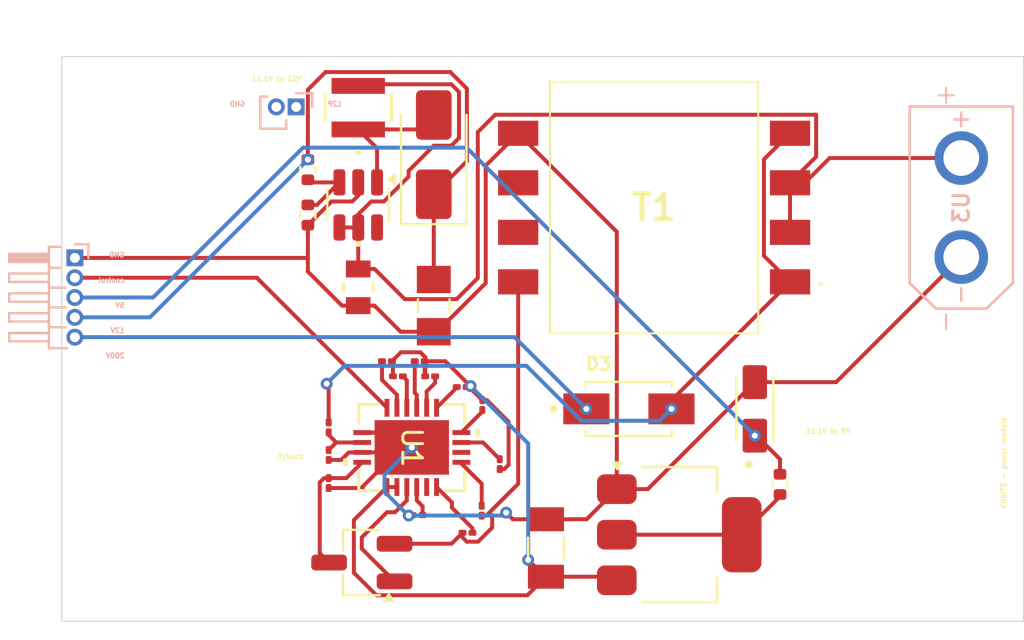
<source format=kicad_pcb>
(kicad_pcb (version 20240108) (generator "pcbnew") (generator_version "8.0")
  (layers (0 "F.Cu" signal) (31 "B.Cu" signal) (34 "B.Paste" user) (35 "F.Paste" user) (36 "B.SilkS" user "B.Silkscreen") (37 "F.SilkS" user "F.Silkscreen") (38 "B.Mask" user) (39 "F.Mask" user) (44 "Edge.Cuts" user))
  (net 0 "")
  (net 1 "L2P")
  (net 2 "V2_12")
  (net 3 "flyout")
  (net 4 "V3_5")
  (net 5 "L1S")
  (net 6 "CSP")
  (net 7 "HVGATE")
  (net 8 "Net-(U1-RDCM)")
  (net 9 "Net-(U1-RVOUT)")
  (net 10 "Net-(U1-OVLO1)")
  (net 11 "Net-(U1-UVLO1)")
  (net 12 "Net-(U1-OVLO2)")
  (net 13 "Net-(U1-UVLO2)")
  (net 14 "Net-(U1-~FAULT)")
  (net 15 "Net-(U1-~DONE)")
  (net 16 "Net-(U1-RVTRANS)")
  (net 17 "Net-(U1-RBG)")
  (net 18 "Net-(U1-FB)")
  (net 21 "L1P")
  (net 22 "Net-(D1-A)")
  (net 23 "Net-(U4-FB)")
  (net 24 "Net-(U2-VO)")
  (net 26 "GND")
  (net 27 "charge")
  (footprint "Resistor_SMD:R_01005_0402Metric" (layer "F.Cu") (at 156.407001 119.43759 90)
    (property "Reference" "R1" (hide yes))
    (property "Value" "18.2k")
    (pad "1" smd roundrect (at -0.25 0 90) (size 0.4 0.3) (layers "F.Cu" "F.Mask") (net 5 "L1S"))
    (pad "2" smd roundrect (at 0.25 0 90) (size 0.4 0.3) (layers "F.Cu" "F.Mask") (net 8 "Net-(U1-RDCM)"))
  )
  (footprint "NR3015T220M:IND_TAIYO_NR3015_TAY" (layer "F.Cu") (at 150.18 99.09895 90)
    (property "Reference" "L1" (hide yes))
    (property "Value" "NR3015T220M")
    (fp_line (start 0.657465 -1.6764) (end -0.657465 -1.6764) (stroke (width 0.1524)) (layer "F.SilkS"))
    (fp_line (start -0.657465 1.6764) (end 0.657465 1.6764) (stroke (width 0.1524)) (layer "F.SilkS"))
    (fp_circle (center -2.2606 0) (end -2.1844 0) (stroke (width 0.1524)) (fill none) (layer "F.SilkS"))
    (pad "1" smd rect (at -1.09855 0 90) (size 0.8001 2.6924) (layers "F.Cu" "F.Paste" "F.Mask") (net 22 "Net-(D1-A)"))
    (pad "2" smd rect (at 1.09855 0 90) (size 0.8001 2.6924) (layers "F.Cu" "F.Paste" "F.Mask") (net 21 "L1P"))
  )
  (footprint "NA5920-ALD:NA5920ALD" (layer "F.Cu") (at 165.1 104.14 180)
    (property "Reference" "T1" (at 0 0 180) (layer "F.SilkS") (effects (font (size 1.27 1.27) (thickness 0.254))))
    (property "Value" "NA5920-AL" (hide yes))
    (fp_line (start 5.25 6.35) (end -5.25 6.35) (stroke (width 0.1)) (layer "F.SilkS"))
    (fp_line (start 5.25 -6.35) (end 5.25 6.35) (stroke (width 0.1)) (layer "F.SilkS"))
    (fp_line (start -5.25 6.35) (end -5.25 -6.35) (stroke (width 0.1)) (layer "F.SilkS"))
    (fp_line (start -5.25 -6.35) (end 5.25 -6.35) (stroke (width 0.1)) (layer "F.SilkS"))
    (fp_line (start -8.4 -3.8) (end -8.4 -3.8) (stroke (width 0.1)) (layer "F.SilkS"))
    (fp_line (start -8.4 -3.9) (end -8.4 -3.9) (stroke (width 0.1)) (layer "F.SilkS"))
    (fp_arc (start -8.4 -3.8) (mid -8.45 -3.85) (end -8.4 -3.9) (stroke (width 0.1)) (layer "F.SilkS"))
    (fp_arc (start -8.4 -3.9) (mid -8.35 -3.85) (end -8.4 -3.8) (stroke (width 0.1)) (layer "F.SilkS"))
    (pad "1" smd rect (at -6.855 -3.75 270) (size 1.27 2.03) (layers "F.Cu" "F.Paste" "F.Mask") (net 1 "L2P"))
    (pad "2" smd rect (at -6.855 -1.25 270) (size 1.27 2.03) (layers "F.Cu" "F.Paste" "F.Mask") (net 21 "L1P"))
    (pad "3" smd rect (at -6.855 1.25 270) (size 1.27 2.03) (layers "F.Cu" "F.Paste" "F.Mask") (net 21 "L1P"))
    (pad "4" smd rect (at -6.855 3.75 270) (size 1.27 2.03) (layers "F.Cu" "F.Paste" "F.Mask") (net 1 "L2P"))
    (pad "5" smd rect (at 6.855 3.75 270) (size 1.27 2.03) (layers "F.Cu" "F.Paste" "F.Mask") (net 26 "GND"))
    (pad "6" smd rect (at 6.855 1.25 270) (size 1.27 2.03) (layers "F.Cu" "F.Paste" "F.Mask"))
    (pad "7" smd rect (at 6.855 -1.25 270) (size 1.27 2.03) (layers "F.Cu" "F.Paste" "F.Mask"))
    (pad "8" smd rect (at 6.855 -3.75 270) (size 1.27 2.03) (layers "F.Cu" "F.Paste" "F.Mask") (net 5 "L1S"))
  )
  (footprint "Resistor_SMD:R_01005_0402Metric" (layer "F.Cu") (at 148.689001 118.044 90)
    (property "Reference" "R13" (hide yes))
    (property "Value" "10")
    (pad "1" smd roundrect (at -0.25 0 90) (size 0.4 0.3) (layers "F.Cu" "F.Mask") (net 26 "GND"))
    (pad "2" smd roundrect (at 0.25 0 90) (size 0.4 0.3) (layers "F.Cu" "F.Mask") (net 6 "CSP"))
  )
  (footprint "Package_TO_SOT_SMD:SOT-23-6" (layer "F.Cu") (at 150.18 104.0075 -90)
    (property "Reference" "U4" (hide yes))
    (property "Value" "MT3608")
    (fp_line (start 0 1.56) (end -0.8 1.56) (stroke (width 0.12)) (layer "F.SilkS"))
    (fp_line (start 0 1.56) (end 0.8 1.56) (stroke (width 0.12)) (layer "F.SilkS"))
    (fp_line (start 0 -1.56) (end -0.8 -1.56) (stroke (width 0.12)) (layer "F.SilkS"))
    (fp_line (start 0 -1.56) (end 0.8 -1.56) (stroke (width 0.12)) (layer "F.SilkS"))
    (fp_poly (pts (xy -1.3 -1.51) (xy -1.54 -1.84) (xy -1.06 -1.84) (xy -1.3 -1.51)) (stroke (width 0.12)) (fill solid) (layer "F.SilkS"))
    (pad "1" smd roundrect (at -1.1375 -0.95 270) (size 1.325 0.6) (layers "F.Cu" "F.Paste" "F.Mask") (net 22 "Net-(D1-A)"))
    (pad "2" smd roundrect (at -1.1375 0 270) (size 1.325 0.6) (layers "F.Cu" "F.Paste" "F.Mask") (net 26 "GND"))
    (pad "3" smd roundrect (at -1.1375 0.95 270) (size 1.325 0.6) (layers "F.Cu" "F.Paste" "F.Mask") (net 23 "Net-(U4-FB)"))
    (pad "4" smd roundrect (at 1.1375 0.95 270) (size 1.325 0.6) (layers "F.Cu" "F.Paste" "F.Mask") (net 21 "L1P"))
    (pad "5" smd roundrect (at 1.1375 0 270) (size 1.325 0.6) (layers "F.Cu" "F.Paste" "F.Mask") (net 21 "L1P"))
    (pad "6" smd roundrect (at 1.1375 -0.95 270) (size 1.325 0.6) (layers "F.Cu" "F.Paste" "F.Mask"))
  )
  (footprint "Resistor_SMD:R_01005_0402Metric" (layer "F.Cu") (at 155.690001 120.552591 180)
    (property "Reference" "R2" (hide yes))
    (property "Value" "40.2k")
    (pad "1" smd roundrect (at -0.25 0 180) (size 0.4 0.3) (layers "F.Cu" "F.Mask") (net 9 "Net-(U1-RVOUT)"))
    (pad "2" smd roundrect (at 0.25 0 180) (size 0.4 0.3) (layers "F.Cu" "F.Mask") (net 5 "L1S"))
  )
  (footprint "Resistor_SMD:R_01005_0402Metric" (layer "F.Cu") (at 152.180001 112.657001 180)
    (property "Reference" "R7" (hide yes))
    (property "Value" "100k")
    (pad "1" smd roundrect (at -0.25 0 180) (size 0.4 0.3) (layers "F.Cu" "F.Mask") (net 14 "Net-(U1-~FAULT)"))
    (pad "2" smd roundrect (at 0.25 0 180) (size 0.4 0.3) (layers "F.Cu" "F.Mask") (net 21 "L1P"))
  )
  (footprint "Resistor_SMD:R_0402_1005Metric" (layer "F.Cu") (at 147.64 104.5175 -90)
    (property "Reference" "R15" (hide yes))
    (property "Value" "24.9k")
    (fp_line (start -0.153641 0.38) (end 0.153641 0.38) (stroke (width 0.12)) (layer "F.SilkS"))
    (fp_line (start -0.153641 -0.38) (end 0.153641 -0.38) (stroke (width 0.12)) (layer "F.SilkS"))
    (pad "1" smd roundrect (at -0.51 0 270) (size 0.54 0.64) (layers "F.Cu" "F.Paste" "F.Mask") (net 23 "Net-(U4-FB)"))
    (pad "2" smd roundrect (at 0.51 0 270) (size 0.54 0.64) (layers "F.Cu" "F.Paste" "F.Mask") (net 26 "GND"))
  )
  (footprint "Resistor_SMD:R_0402_1005Metric" (layer "F.Cu") (at 147.64 102.2275 -90)
    (property "Reference" "R14" (hide yes))
    (property "Value" "475k")
    (fp_line (start -0.153641 0.38) (end 0.153641 0.38) (stroke (width 0.12)) (layer "F.SilkS"))
    (fp_line (start -0.153641 -0.38) (end 0.153641 -0.38) (stroke (width 0.12)) (layer "F.SilkS"))
    (pad "1" smd roundrect (at -0.51 0 270) (size 0.54 0.64) (layers "F.Cu" "F.Paste" "F.Mask") (net 2 "V2_12"))
    (pad "2" smd roundrect (at 0.51 0 270) (size 0.54 0.64) (layers "F.Cu" "F.Paste" "F.Mask") (net 23 "Net-(U4-FB)"))
  )
  (footprint "GRM31CR71E106KA12K:CAPC3216X180N" (layer "F.Cu") (at 159.645 121.32 90)
    (property "Reference" "C4" (hide yes))
    (property "Value" "GRM31CR71E106KA12K")
    (fp_line (start -0.52 -0.9) (end 0.52 -0.9) (stroke (width 0.127)) (layer "F.SilkS"))
    (fp_line (start -0.52 0.9) (end 0.52 0.9) (stroke (width 0.127)) (layer "F.SilkS"))
    (pad "1" smd rect (at -1.45 0 90) (size 1.21 1.82) (layers "F.Cu" "F.Paste" "F.Mask") (net 21 "L1P"))
    (pad "2" smd rect (at 1.45 0 90) (size 1.21 1.82) (layers "F.Cu" "F.Paste" "F.Mask") (net 26 "GND"))
  )
  (footprint "Package_TO_SOT_SMD:SC-59_Handsoldering" (layer "F.Cu") (at 150.360001 122.055001 180)
    (property "Reference" "Q1" (hide yes))
    (property "Value" "IRFP4668PbF")
    (fp_line (start 0.95 1.65) (end 0.95 0.6) (stroke (width 0.12)) (layer "F.SilkS"))
    (fp_line (start 0.95 -1.65) (end 0.95 -0.6) (stroke (width 0.12)) (layer "F.SilkS"))
    (fp_line (start -0.85 1.65) (end 0.95 1.65) (stroke (width 0.12)) (layer "F.SilkS"))
    (fp_line (start -0.91 -1.65) (end 0.95 -1.65) (stroke (width 0.12)) (layer "F.SilkS"))
    (fp_poly (pts (xy -1.36 -1.611676) (xy -1.12 -1.941676) (xy -1.6 -1.941676) (xy -1.36 -1.611676)) (stroke (width 0.12)) (fill solid) (layer "F.SilkS"))
    (pad "1" smd roundrect (at -1.65 -0.95 180) (size 1.8 0.8) (layers "F.Cu" "F.Paste" "F.Mask") (net 7 "HVGATE"))
    (pad "2" smd roundrect (at -1.65 0.95 180) (size 1.8 0.8) (layers "F.Cu" "F.Paste" "F.Mask") (net 5 "L1S"))
    (pad "3" smd roundrect (at 1.65 0 180) (size 1.8 0.8) (layers "F.Cu" "F.Paste" "F.Mask") (net 6 "CSP"))
  )
  (footprint "footprints:QFN-20_UFD_LIT-M" (layer "F.Cu") (at 152.880001 116.245 -90)
    (property "Reference" "U1" (at 0 0 -90) (layer "F.SilkS"))
    (property "Value" "LT3751IUFD_PBF")
    (fp_line (start -2.177 2.677) (end -1.207741 2.677) (stroke (width 0.1524)) (layer "F.SilkS"))
    (fp_line (start 1.207741 2.677) (end 2.177 2.677) (stroke (width 0.1524)) (layer "F.SilkS"))
    (fp_line (start 2.177 2.677) (end 2.177 1.70774) (stroke (width 0.1524)) (layer "F.SilkS"))
    (fp_line (start -2.177 1.70774) (end -2.177 2.677) (stroke (width 0.1524)) (layer "F.SilkS"))
    (fp_line (start 2.177 -1.70774) (end 2.177 -2.677) (stroke (width 0.1524)) (layer "F.SilkS"))
    (fp_line (start -2.177 -2.677) (end -2.177 -1.70774) (stroke (width 0.1524)) (layer "F.SilkS"))
    (fp_line (start -1.207741 -2.677) (end -2.177 -2.677) (stroke (width 0.1524)) (layer "F.SilkS"))
    (fp_line (start 2.177 -2.677) (end 1.207741 -2.677) (stroke (width 0.1524)) (layer "F.SilkS"))
    (fp_poly (pts (xy 0.559501 3.203999) (xy 0.559501 3.457999) (xy 0.940501 3.457999) (xy 0.940501 3.203999)) (fill solid) (layer "F.SilkS"))
    (fp_poly (pts (xy -0.940501 -3.203999) (xy -0.940501 -3.457999) (xy -0.559501 -3.457999) (xy -0.559501 -3.203999)) (fill solid) (layer "F.SilkS"))
    (pad "1" smd rect (at -2.000001 -1.25) (size 0.25 0.899999) (layers "F.Cu" "F.Paste" "F.Mask") (net 10 "Net-(U1-OVLO1)"))
    (pad "2" smd rect (at -2.000001 -0.750001) (size 0.25 0.899999) (layers "F.Cu" "F.Paste" "F.Mask") (net 13 "Net-(U1-UVLO2)"))
    (pad "3" smd rect (at -2.000001 -0.25) (size 0.25 0.899999) (layers "F.Cu" "F.Paste" "F.Mask") (net 12 "Net-(U1-OVLO2)"))
    (pad "4" smd rect (at -2.000001 0.25) (size 0.25 0.899999) (layers "F.Cu" "F.Paste" "F.Mask") (net 14 "Net-(U1-~FAULT)"))
    (pad "5" smd rect (at -2.000001 0.750001) (size 0.25 0.899999) (layers "F.Cu" "F.Paste" "F.Mask") (net 15 "Net-(U1-~DONE)"))
    (pad "6" smd rect (at -2.000001 1.25) (size 0.25 0.899999) (layers "F.Cu" "F.Paste" "F.Mask") (net 27 "charge"))
    (pad "7" smd rect (at -0.750001 2.5 270) (size 0.25 0.899999) (layers "F.Cu" "F.Paste" "F.Mask") (net 26 "GND"))
    (pad "8" smd rect (at -0.25 2.5 270) (size 0.25 0.899999) (layers "F.Cu" "F.Paste" "F.Mask") (net 18 "Net-(U1-FB)"))
    (pad "9" smd rect (at 0.25 2.5 270) (size 0.25 0.899999) (layers "F.Cu" "F.Paste" "F.Mask") (net 26 "GND"))
    (pad "10" smd rect (at 0.750001 2.5 270) (size 0.25 0.899999) (layers "F.Cu" "F.Paste" "F.Mask") (net 6 "CSP"))
    (pad "11" smd rect (at 2.000001 1.25) (size 0.25 0.899999) (layers "F.Cu" "F.Paste" "F.Mask") (net 21 "L1P"))
    (pad "12" smd rect (at 2.000001 0.750001) (size 0.25 0.899999) (layers "F.Cu" "F.Paste" "F.Mask") (net 21 "L1P"))
    (pad "13" smd rect (at 2.000001 0.25) (size 0.25 0.899999) (layers "F.Cu" "F.Paste" "F.Mask") (net 7 "HVGATE"))
    (pad "14" smd rect (at 2.000001 -0.25) (size 0.25 0.899999) (layers "F.Cu" "F.Paste" "F.Mask") (net 17 "Net-(U1-RBG)"))
    (pad "15" smd rect (at 2.000001 -0.750001) (size 0.25 0.899999) (layers "F.Cu" "F.Paste" "F.Mask"))
    (pad "16" smd rect (at 2.000001 -1.25) (size 0.25 0.899999) (layers "F.Cu" "F.Paste" "F.Mask") (net 9 "Net-(U1-RVOUT)"))
    (pad "17" smd rect (at 0.750001 -2.5 270) (size 0.25 0.899999) (layers "F.Cu" "F.Paste" "F.Mask") (net 8 "Net-(U1-RDCM)"))
    (pad "18" smd rect (at 0.25 -2.5 270) (size 0.25 0.899999) (layers "F.Cu" "F.Paste" "F.Mask"))
    (pad "19" smd rect (at -0.25 -2.5 270) (size 0.25 0.899999) (layers "F.Cu" "F.Paste" "F.Mask") (net 16 "Net-(U1-RVTRANS)"))
    (pad "20" smd rect (at -0.750001 -2.5 270) (size 0.25 0.899999) (layers "F.Cu" "F.Paste" "F.Mask") (net 11 "Net-(U1-UVLO1)"))
    (pad "21" smd rect (at 0 0 270) (size 2.75 3.75) (layers "F.Cu" "F.Paste" "F.Mask") (net 26 "GND"))
  )
  (footprint "Resistor_SMD:R_01005_0402Metric" (layer "F.Cu") (at 157.315001 117.087999 90)
    (property "Reference" "R9" (hide yes))
    (property "Value" "40.2k")
    (pad "1" smd roundrect (at -0.25 0 90) (size 0.4 0.3) (layers "F.Cu" "F.Mask") (net 21 "L1P"))
    (pad "2" smd roundrect (at 0.25 0 90) (size 0.4 0.3) (layers "F.Cu" "F.Mask") (net 16 "Net-(U1-RVTRANS)"))
  )
  (footprint "Resistor_SMD:R_01005_0402Metric" (layer "F.Cu") (at 153.175001 119.663001)
    (property "Reference" "R10" (hide yes))
    (property "Value" "1.65k")
    (pad "1" smd roundrect (at -0.25 0) (size 0.4 0.3) (layers "F.Cu" "F.Mask") (net 26 "GND"))
    (pad "2" smd roundrect (at 0.25 0) (size 0.4 0.3) (layers "F.Cu" "F.Mask") (net 17 "Net-(U1-RBG)"))
  )
  (footprint "Resistor_SMD:R_0402_1005Metric" (layer "F.Cu") (at 171.45 118.11 -90)
    (property "Reference" "R16" (hide yes))
    (property "Value" "0.47")
    (fp_line (start -0.153641 0.38) (end 0.153641 0.38) (stroke (width 0.12)) (layer "F.SilkS"))
    (fp_line (start -0.153641 -0.38) (end 0.153641 -0.38) (stroke (width 0.12)) (layer "F.SilkS"))
    (pad "1" smd roundrect (at -0.51 0 270) (size 0.54 0.64) (layers "F.Cu" "F.Paste" "F.Mask") (net 4 "V3_5"))
    (pad "2" smd roundrect (at 0.51 0 270) (size 0.54 0.64) (layers "F.Cu" "F.Paste" "F.Mask") (net 24 "Net-(U2-VO)"))
  )
  (footprint "Resistor_SMD:R_01005_0402Metric" (layer "F.Cu") (at 155.399001 113.197 180)
    (property "Reference" "R3" (hide yes))
    (property "Value" "475k")
    (pad "1" smd roundrect (at -0.25 0 180) (size 0.4 0.3) (layers "F.Cu" "F.Mask") (net 21 "L1P"))
    (pad "2" smd roundrect (at 0.25 0 180) (size 0.4 0.3) (layers "F.Cu" "F.Mask") (net 10 "Net-(U1-OVLO1)"))
  )
  (footprint "Resistor_SMD:R_01005_0402Metric" (layer "F.Cu") (at 151.630001 111.895001)
    (property "Reference" "R8" (hide yes))
    (property "Value" "100k")
    (pad "1" smd roundrect (at -0.25 0) (size 0.4 0.3) (layers "F.Cu" "F.Mask") (net 15 "Net-(U1-~DONE)"))
    (pad "2" smd roundrect (at 0.25 0) (size 0.4 0.3) (layers "F.Cu" "F.Mask") (net 21 "L1P"))
  )
  (footprint "Diode_SMD:D_SMA" (layer "F.Cu") (at 153.99 101.4675 90)
    (property "Reference" "D1" (hide yes))
    (property "Value" "SS14")
    (fp_line (start -3.51 -1.65) (end 2 -1.65) (stroke (width 0.12)) (layer "F.SilkS"))
    (fp_line (start -3.51 -1.65) (end -3.51 1.65) (stroke (width 0.12)) (layer "F.SilkS"))
    (fp_line (start -3.51 1.65) (end 2 1.65) (stroke (width 0.12)) (layer "F.SilkS"))
    (pad "1" smd roundrect (at -2 0 90) (size 2.5 1.8) (layers "F.Cu" "F.Paste" "F.Mask") (roundrect_rratio 0.1388888889) (net 2 "V2_12"))
    (pad "2" smd roundrect (at 2 0 90) (size 2.5 1.8) (layers "F.Cu" "F.Paste" "F.Mask") (roundrect_rratio 0.1388888889) (net 22 "Net-(D1-A)"))
  )
  (footprint "Resistor_SMD:R_01005_0402Metric" (layer "F.Cu") (at 148.689001 115.233 90)
    (property "Reference" "R12" (hide yes))
    (property "Value" "1.62M")
    (pad "1" smd roundrect (at -0.25 0 90) (size 0.4 0.3) (layers "F.Cu" "F.Mask") (net 18 "Net-(U1-FB)"))
    (pad "2" smd roundrect (at 0.25 0 90) (size 0.4 0.3) (layers "F.Cu" "F.Mask") (net 1 "L2P"))
  )
  (footprint "Package_TO_SOT_SMD:SOT-223-3_TabPin2" (layer "F.Cu") (at 166.37 120.65)
    (property "Reference" "U2" (hide yes))
    (property "Value" "LD1117S50TR_SOT223")
    (fp_line (start -1.85 -3.41) (end 1.91 -3.41) (stroke (width 0.12)) (layer "F.SilkS"))
    (fp_line (start -1.85 3.41) (end 1.91 3.41) (stroke (width 0.12)) (layer "F.SilkS"))
    (fp_line (start 1.91 -3.41) (end 1.91 -2.15) (stroke (width 0.12)) (layer "F.SilkS"))
    (fp_line (start 1.91 3.41) (end 1.91 2.15) (stroke (width 0.12)) (layer "F.SilkS"))
    (fp_poly (pts (xy -3.13 -3.31) (xy -3.37 -3.64) (xy -2.89 -3.64) (xy -3.13 -3.31)) (stroke (width 0.12)) (fill solid) (layer "F.SilkS"))
    (pad "1" smd roundrect (at -3.15 -2.3) (size 2 1.5) (layers "F.Cu" "F.Paste" "F.Mask") (net 26 "GND"))
    (pad "2" smd roundrect (at -3.15 0) (size 2 1.5) (layers "F.Cu" "F.Paste" "F.Mask") (net 24 "Net-(U2-VO)"))
    (pad "2" smd roundrect (at 3.15 0) (size 2 3.8) (layers "F.Cu" "F.Paste" "F.Mask") (net 24 "Net-(U2-VO)"))
    (pad "3" smd roundrect (at -3.15 2.3) (size 2 1.5) (layers "F.Cu" "F.Paste" "F.Mask") (net 21 "L1P"))
  )
  (footprint "T491A106M010AT:CAPPM3216X180N" (layer "F.Cu") (at 170.18 114.3 90)
    (property "Reference" "C5" (hide yes))
    (property "Value" "T491A106M010AT")
    (fp_line (start -1.6 -0.93) (end 1.6 -0.93) (stroke (width 0.127)) (layer "F.SilkS"))
    (fp_line (start -1.6 0.93) (end 1.6 0.93) (stroke (width 0.127)) (layer "F.SilkS"))
    (fp_circle (center -2.8 -0.3) (end -2.7 -0.3) (stroke (width 0.2)) (fill none) (layer "F.SilkS"))
    (pad "1" smd roundrect (at -1.35 0 90) (size 1.71 1.23) (layers "F.Cu" "F.Paste" "F.Mask") (roundrect_rratio 0.125) (net 4 "V3_5"))
    (pad "2" smd roundrect (at 1.35 0 90) (size 1.71 1.23) (layers "F.Cu" "F.Paste" "F.Mask") (roundrect_rratio 0.125) (net 26 "GND"))
  )
  (footprint "Resistor_SMD:R_01005_0402Metric" (layer "F.Cu") (at 153.281001 111.895001 180)
    (property "Reference" "R5" (hide yes))
    (property "Value" "475k")
    (pad "1" smd roundrect (at -0.25 0 180) (size 0.4 0.3) (layers "F.Cu" "F.Mask") (net 21 "L1P"))
    (pad "2" smd roundrect (at 0.25 0 180) (size 0.4 0.3) (layers "F.Cu" "F.Mask") (net 12 "Net-(U1-OVLO2)"))
  )
  (footprint "GRM31CR61E226KE15L:CAPC3216X125N" (layer "F.Cu") (at 153.99 109.0875 -90)
    (property "Reference" "C3" (hide yes))
    (property "Value" "GRM31CR61E226KE15L")
    (fp_line (start -0.31 0.8) (end 0.31 0.8) (stroke (width 0.127)) (layer "F.SilkS"))
    (fp_line (start -0.31 -0.8) (end 0.31 -0.8) (stroke (width 0.127)) (layer "F.SilkS"))
    (pad "1" smd rect (at -1.318 0 270) (size 1.38 1.71) (layers "F.Cu" "F.Paste" "F.Mask") (net 2 "V2_12"))
    (pad "2" smd rect (at 1.318 0 270) (size 1.38 1.71) (layers "F.Cu" "F.Paste" "F.Mask") (net 26 "GND"))
  )
  (footprint "footprints:DIOM5227X250N" (layer "F.Cu") (at 163.83 114.3)
    (property "Reference" "D3" (at -1.528 -2.2689 0) (layer "F.SilkS") (effects (font (size 0.64 0.64))))
    (property "Value" "ES1J")
    (fp_line (start -2.1875 -1.3625) (end -2.1875 -1.1) (stroke (width 0.127)) (layer "F.SilkS"))
    (fp_line (start -2.1875 -1.3625) (end 2.1875 -1.3625) (stroke (width 0.127)) (layer "F.SilkS"))
    (fp_line (start -2.1875 1.3625) (end -2.1875 1.1) (stroke (width 0.127)) (layer "F.SilkS"))
    (fp_line (start -2.1875 1.3625) (end 2.1875 1.3625) (stroke (width 0.127)) (layer "F.SilkS"))
    (fp_line (start 2.1875 -1.3625) (end 2.1875 -1.1) (stroke (width 0.127)) (layer "F.SilkS"))
    (fp_line (start 2.1875 1.3625) (end 2.1875 1.1) (stroke (width 0.127)) (layer "F.SilkS"))
    (fp_circle (center -3.81 0) (end -3.71 0) (stroke (width 0.2)) (fill none) (layer "F.SilkS"))
    (pad "1" smd rect (at -2.145 0) (size 2.33 1.56) (layers "F.Cu" "F.Paste" "F.Mask") (net 3 "flyout"))
    (pad "2" smd rect (at 2.145 0) (size 2.33 1.56) (layers "F.Cu" "F.Paste" "F.Mask") (net 1 "L2P"))
  )
  (footprint "Resistor_SMD:R_01005_0402Metric" (layer "F.Cu") (at 156.436001 114.107 -90)
    (property "Reference" "R4" (hide yes))
    (property "Value" "69.8k")
    (pad "1" smd roundrect (at -0.25 0 270) (size 0.4 0.3) (layers "F.Cu" "F.Mask") (net 21 "L1P"))
    (pad "2" smd roundrect (at 0.25 0 270) (size 0.4 0.3) (layers "F.Cu" "F.Mask") (net 11 "Net-(U1-UVLO1)"))
  )
  (footprint "ul_GRM21BR61E106KA73L:G-21_MUR" (layer "F.Cu") (at 150.18 108.1632 -90)
    (property "Reference" "C2" (hide yes))
    (property "Value" "GRM21BR61E106KA73L")
    (fp_line (start -0.18775 0.7493) (end 0.18775 0.7493) (stroke (width 0.1524)) (layer "F.SilkS"))
    (fp_line (start 0.18775 -0.7493) (end -0.18775 -0.7493) (stroke (width 0.1524)) (layer "F.SilkS"))
    (fp_circle (center -2.1915 0) (end -2.1153 0) (stroke (width 0.1524)) (fill none) (layer "F.SilkS"))
    (pad "1" smd rect (at -0.9243 0 270) (size 0.858 1.2446) (layers "F.Cu" "F.Paste" "F.Mask") (net 21 "L1P"))
    (pad "2" smd rect (at 0.9243 0 270) (size 0.858 1.2446) (layers "F.Cu" "F.Paste" "F.Mask") (net 26 "GND"))
  )
  (footprint "Resistor_SMD:R_01005_0402Metric" (layer "F.Cu") (at 148.689001 116.626 90)
    (property "Reference" "R11" (hide yes))
    (property "Value" "10k")
    (pad "1" smd roundrect (at -0.25 0 90) (size 0.4 0.3) (layers "F.Cu" "F.Mask") (net 26 "GND"))
    (pad "2" smd roundrect (at 0.25 0 90) (size 0.4 0.3) (layers "F.Cu" "F.Mask") (net 18 "Net-(U1-FB)"))
  )
  (footprint "Resistor_SMD:R_01005_0402Metric" (layer "F.Cu") (at 153.806001 112.657001)
    (property "Reference" "R6" (hide yes))
    (property "Value" "69.8k")
    (pad "1" smd roundrect (at -0.25 0) (size 0.4 0.3) (layers "F.Cu" "F.Mask") (net 21 "L1P"))
    (pad "2" smd roundrect (at 0.25 0) (size 0.4 0.3) (layers "F.Cu" "F.Mask") (net 13 "Net-(U1-UVLO2)"))
  )
  (footprint "Connector_PinHeader_1.00mm:PinHeader_1x05_P1.00mm_Horizontal" (layer "B.Cu") (at 135.89 106.68 180)
    (property "Reference" "J1" (hide yes))
    (property "Value" "Conn_01x05_Pin")
    (fp_line (start 3.31 0.21) (end 1.31 0.21) (stroke (width 0.12)) (layer "B.SilkS"))
    (fp_line (start 3.31 0.15) (end 1.31 0.15) (stroke (width 0.12)) (layer "B.SilkS"))
    (fp_line (start 3.31 0.03) (end 1.31 0.03) (stroke (width 0.12)) (layer "B.SilkS"))
    (fp_line (start 3.31 -0.09) (end 1.31 -0.09) (stroke (width 0.12)) (layer "B.SilkS"))
    (fp_line (start 3.31 -0.21) (end 3.31 0.21) (stroke (width 0.12)) (layer "B.SilkS"))
    (fp_line (start 3.31 -0.79) (end 1.31 -0.79) (stroke (width 0.12)) (layer "B.SilkS"))
    (fp_line (start 3.31 -1.21) (end 3.31 -0.79) (stroke (width 0.12)) (layer "B.SilkS"))
    (fp_line (start 3.31 -1.79) (end 1.31 -1.79) (stroke (width 0.12)) (layer "B.SilkS"))
    (fp_line (start 3.31 -2.21) (end 3.31 -1.79) (stroke (width 0.12)) (layer "B.SilkS"))
    (fp_line (start 3.31 -2.79) (end 1.31 -2.79) (stroke (width 0.12)) (layer "B.SilkS"))
    (fp_line (start 3.31 -3.21) (end 3.31 -2.79) (stroke (width 0.12)) (layer "B.SilkS"))
    (fp_line (start 3.31 -3.79) (end 1.31 -3.79) (stroke (width 0.12)) (layer "B.SilkS"))
    (fp_line (start 3.31 -4.21) (end 3.31 -3.79) (stroke (width 0.12)) (layer "B.SilkS"))
    (fp_line (start 1.31 0.56) (end 0.685 0.56) (stroke (width 0.12)) (layer "B.SilkS"))
    (fp_line (start 1.31 -0.21) (end 3.31 -0.21) (stroke (width 0.12)) (layer "B.SilkS"))
    (fp_line (start 1.31 -0.5) (end 0.685 -0.5) (stroke (width 0.12)) (layer "B.SilkS"))
    (fp_line (start 1.31 -1.21) (end 3.31 -1.21) (stroke (width 0.12)) (layer "B.SilkS"))
    (fp_line (start 1.31 -1.5) (end 0.468215 -1.5) (stroke (width 0.12)) (layer "B.SilkS"))
    (fp_line (start 1.31 -2.21) (end 3.31 -2.21) (stroke (width 0.12)) (layer "B.SilkS"))
    (fp_line (start 1.31 -2.5) (end 0.468215 -2.5) (stroke (width 0.12)) (layer "B.SilkS"))
    (fp_line (start 1.31 -3.21) (end 3.31 -3.21) (stroke (width 0.12)) (layer "B.SilkS"))
    (fp_line (start 1.31 -3.5) (end 0.468215 -3.5) (stroke (width 0.12)) (layer "B.SilkS"))
    (fp_line (start 1.31 -4.21) (end 3.31 -4.21) (stroke (width 0.12)) (layer "B.SilkS"))
    (fp_line (start 1.31 -4.56) (end 1.31 0.56) (stroke (width 0.12)) (layer "B.SilkS"))
    (fp_line (start 0.394493 -4.56) (end 1.31 -4.56) (stroke (width 0.12)) (layer "B.SilkS"))
    (fp_line (start 0 0.685) (end -0.685 0.685) (stroke (width 0.12)) (layer "B.SilkS"))
    (fp_line (start -0.685 0.685) (end -0.685 0) (stroke (width 0.12)) (layer "B.SilkS"))
    (pad "1" thru_hole rect (at 0 0 180) (size 0.85 0.85) (drill 0.5) (layers "*.Cu" "*.Mask") (net 26 "GND"))
    (pad "2" thru_hole oval (at 0 -1 180) (size 0.85 0.85) (drill 0.5) (layers "*.Cu" "*.Mask") (net 27 "charge"))
    (pad "3" thru_hole oval (at 0 -2 180) (size 0.85 0.85) (drill 0.5) (layers "*.Cu" "*.Mask") (net 4 "V3_5"))
    (pad "4" thru_hole oval (at 0 -3 180) (size 0.85 0.85) (drill 0.5) (layers "*.Cu" "*.Mask") (net 2 "V2_12"))
    (pad "5" thru_hole oval (at 0 -4 180) (size 0.85 0.85) (drill 0.5) (layers "*.Cu" "*.Mask") (net 3 "flyout"))
  )
  (footprint "XT30UPB-M:XT30UPB-M" (layer "B.Cu") (at 180.59 104.14 -90)
    (property "Reference" "U3" (at 0 0 90) (layer "B.SilkS") (effects (font (size 0.787402 0.787402)) (justify mirror)))
    (property "Value" "XT30UPB-M")
    (fp_line (start -5.1 2.6) (end 3.81 2.6) (stroke (width 0.127)) (layer "B.SilkS"))
    (fp_line (start 3.81 2.6) (end 5.1 1.27) (stroke (width 0.127)) (layer "B.SilkS"))
    (fp_line (start 5.1 1.27) (end 5.1 -1.27) (stroke (width 0.127)) (layer "B.SilkS"))
    (fp_line (start -4.1 0) (end -4.8 0) (stroke (width 0.127)) (layer "B.SilkS"))
    (fp_line (start 4.699 0) (end 4.064 0) (stroke (width 0.127)) (layer "B.SilkS"))
    (fp_line (start -4.445 -0.35) (end -4.445 0.35) (stroke (width 0.127)) (layer "B.SilkS"))
    (fp_line (start 5.1 -1.27) (end 3.81 -2.6) (stroke (width 0.127)) (layer "B.SilkS"))
    (fp_line (start -5.1 -2.6) (end -5.1 2.6) (stroke (width 0.127)) (layer "B.SilkS"))
    (fp_line (start 3.81 -2.6) (end -5.1 -2.6) (stroke (width 0.127)) (layer "B.SilkS"))
    (pad "P$1" thru_hole circle (at -2.5 0 270) (size 2.7 2.7) (drill 1.8) (layers "*.Cu" "*.Mask") (net 21 "L1P"))
    (pad "P$2" thru_hole circle (at 2.5 0 270) (size 2.7 2.7) (drill 1.8) (layers "*.Cu" "*.Mask") (net 26 "GND"))
  )
  (footprint "Connector_PinSocket_1.00mm:PinSocket_1x02_P1.00mm_Vertical" (layer "B.Cu") (at 147.05 99.06 90)
    (property "Reference" "J2" (hide yes))
    (property "Value" "Conn_01x02_Socket")
    (fp_line (start 0.52 -1.81) (end -1.1 -1.81) (stroke (width 0.12)) (layer "B.SilkS"))
    (fp_line (start 0.52 -1.81) (end 0.52 -1.445898) (stroke (width 0.12)) (layer "B.SilkS"))
    (fp_line (start -1.1 -1.81) (end -1.1 -0.5) (stroke (width 0.12)) (layer "B.SilkS"))
    (fp_line (start -0.685 -0.5) (end -1.1 -0.5) (stroke (width 0.12)) (layer "B.SilkS"))
    (fp_line (start 0.685 0) (end 0.685 0.81) (stroke (width 0.12)) (layer "B.SilkS"))
    (fp_line (start 0.685 0.81) (end 0 0.81) (stroke (width 0.12)) (layer "B.SilkS"))
    (pad "1" thru_hole rect (at 0 0 90) (size 0.85 0.85) (drill 0.5) (layers "*.Cu" "*.Mask") (net 1 "L2P"))
    (pad "2" thru_hole oval (at 0 -1 90) (size 0.85 0.85) (drill 0.5) (layers "*.Cu" "*.Mask") (net 26 "GND"))
  )
  (gr_rect (start 135.23 96.52) (end 183.73 125.02) (stroke (width 0.05)) (fill none) (layer "Edge.Cuts"))
  (gr_text "-" (at 180.34 109.22 90) (layer "B.SilkS") (effects (font (size 1 1) (thickness 0.1)) (justify left bottom mirror)))
  (gr_text "+" (at 180.34 97.79 90) (layer "B.SilkS") (effects (font (size 1 1) (thickness 0.1)) (justify left bottom mirror)))
  (gr_text "L2P" (at 149.36 99.06 0) (layer "B.SilkS") (effects (font (size 0.25 0.25) (thickness 0.0625)) (justify left bottom mirror)))
  (gr_text "GND\n" (at 144.51 99.06 -0) (layer "B.SilkS") (effects (font (size 0.25 0.25) (thickness 0.0625)) (justify left bottom mirror)))
  (gr_text "200V" (at 138.43 111.76 -0) (layer "B.SilkS") (effects (font (size 0.25 0.25) (thickness 0.0625)) (justify left bottom mirror)))
  (gr_text "12V" (at 138.43 110.49 -0) (layer "B.SilkS") (effects (font (size 0.25 0.25) (thickness 0.0625)) (justify left bottom mirror)))
  (gr_text "control" (at 138.43 107.95 -0) (layer "B.SilkS") (effects (font (size 0.25 0.25) (thickness 0.0625)) (justify left bottom mirror)))
  (gr_text "5V" (at 138.43 109.22 -0) (layer "B.SilkS") (effects (font (size 0.25 0.25) (thickness 0.0625)) (justify left bottom mirror)))
  (gr_text "GND\n" (at 138.43 106.68 -0) (layer "B.SilkS") (effects (font (size 0.25 0.25) (thickness 0.0625)) (justify left bottom mirror)))
  (gr_text "11.1V to 12V" (at 144.78 97.79 0) (layer "F.SilkS") (effects (font (size 0.25 0.25) (thickness 0.0625)) (justify left bottom)))
  (gr_text "KUBITS - power module\n" (at 182.88 119.38 90) (layer "F.SilkS") (effects (font (size 0.25 0.25) (thickness 0.0625)) (justify left bottom)))
  (gr_text "11.1V to 5V" (at 172.72 115.57 0) (layer "F.SilkS") (effects (font (size 0.25 0.25) (thickness 0.0625)) (justify left bottom)))
  (gr_text "flyback\n" (at 146.05 116.84 0) (layer "F.SilkS") (effects (font (size 0.25 0.25) (thickness 0.0625)) (justify left bottom)))
  (segment (start 148.689001 114.983) (end 148.658 114.983) (width 0.2) (layer "F.Cu") (net 1))
  (segment (start 171.955 107.89) (end 165.975 113.87) (width 0.2) (layer "F.Cu") (net 1))
  (segment (start 148.689001 113.129001) (end 148.59 113.03) (width 0.2) (layer "F.Cu") (net 1))
  (segment (start 148.689001 114.983) (end 148.689001 113.129001) (width 0.2) (layer "F.Cu") (net 1))
  (segment (start 170.64 101.705) (end 171.955 100.39) (width 0.2) (layer "F.Cu") (net 1))
  (segment (start 171.955 107.89) (end 170.64 106.575) (width 0.2) (layer "F.Cu") (net 1))
  (segment (start 165.975 113.87) (end 165.975 114.3) (width 0.2) (layer "F.Cu") (net 1))
  (segment (start 170.64 106.575) (end 170.64 101.705) (width 0.2) (layer "F.Cu") (net 1))
  (via (at 165.975 114.3) (size 0.6) (drill 0.3) (layers "F.Cu" "B.Cu") (net 1))
  (via (at 148.59 113.03) (size 0.6) (drill 0.3) (layers "F.Cu" "B.Cu") (net 1))
  (segment (start 158.664657 112.128186) (end 161.436471 114.9) (width 0.2) (layer "B.Cu") (net 1))
  (segment (start 149.491814 112.128186) (end 158.664657 112.128186) (width 0.2) (layer "B.Cu") (net 1))
  (segment (start 148.59 113.03) (end 149.491814 112.128186) (width 0.2) (layer "B.Cu") (net 1))
  (segment (start 161.436471 114.9) (end 165.375 114.9) (width 0.2) (layer "B.Cu") (net 1))
  (segment (start 165.375 114.9) (end 165.975 114.3) (width 0.2) (layer "B.Cu") (net 1))
  (segment (start 155.66 98.13707) (end 155.66 101.7975) (width 0.2) (layer "F.Cu") (net 2))
  (segment (start 147.64 101.7175) (end 147.64 98.19415) (width 0.2) (layer "F.Cu") (net 2))
  (segment (start 155.66 101.7975) (end 153.99 103.4675) (width 0.2) (layer "F.Cu") (net 2))
  (segment (start 147.64 101.7175) (end 147.64 101.6) (width 0.2) (layer "F.Cu") (net 2))
  (segment (start 154.82328 97.30035) (end 155.66 98.13707) (width 0.2) (layer "F.Cu") (net 2))
  (segment (start 147.64 98.19415) (end 148.5338 97.30035) (width 0.2) (layer "F.Cu") (net 2))
  (segment (start 148.5338 97.30035) (end 154.82328 97.30035) (width 0.2) (layer "F.Cu") (net 2))
  (segment (start 153.99 107.7695) (end 153.99 103.4675) (width 0.2) (layer "F.Cu") (net 2))
  (via (at 147.64 101.7175) (size 0.6) (drill 0.3) (layers "F.Cu" "B.Cu") (net 2))
  (segment (start 135.89 109.68) (end 139.6775 109.68) (width 0.2) (layer "B.Cu") (net 2))
  (segment (start 139.6775 109.68) (end 147.64 101.7175) (width 0.2) (layer "B.Cu") (net 2))
  (via (at 161.685 114.3) (size 0.6) (drill 0.3) (layers "F.Cu" "B.Cu") (net 3))
  (segment (start 135.89 110.68) (end 158.065 110.68) (width 0.2) (layer "B.Cu") (net 3))
  (segment (start 158.065 110.68) (end 161.685 114.3) (width 0.2) (layer "B.Cu") (net 3))
  (segment (start 170.26 115.65) (end 171.45 116.84) (width 0.2) (layer "F.Cu") (net 4))
  (segment (start 171.45 116.84) (end 171.45 117.6) (width 0.2) (layer "F.Cu") (net 4))
  (segment (start 170.18 115.65) (end 170.26 115.65) (width 0.2) (layer "F.Cu") (net 4))
  (via (at 170.18 115.65) (size 0.6) (drill 0.3) (layers "F.Cu" "B.Cu") (net 4))
  (segment (start 147.391471 101.1175) (end 155.6475 101.1175) (width 0.2) (layer "B.Cu") (net 4))
  (segment (start 139.828971 108.68) (end 147.391471 101.1175) (width 0.2) (layer "B.Cu") (net 4))
  (segment (start 135.89 108.68) (end 139.828971 108.68) (width 0.2) (layer "B.Cu") (net 4))
  (segment (start 155.6475 101.1175) (end 170.18 115.65) (width 0.2) (layer "B.Cu") (net 4))
  (segment (start 155.657591 121.002591) (end 155.440001 120.785001) (width 0.2) (layer "F.Cu") (net 5))
  (segment (start 154.887591 121.105001) (end 152.010001 121.105001) (width 0.2) (layer "F.Cu") (net 5))
  (segment (start 156.934468 119.668791) (end 156.915669 119.68759) (width 0.2) (layer "F.Cu") (net 5))
  (segment (start 156.222411 121.002591) (end 155.657591 121.002591) (width 0.2) (layer "F.Cu") (net 5))
  (segment (start 158.245 118.082001) (end 156.639411 119.68759) (width 0.2) (layer "F.Cu") (net 5))
  (segment (start 156.934468 119.668791) (end 156.934468 120.290534) (width 0.2) (layer "F.Cu") (net 5))
  (segment (start 155.440001 120.552591) (end 154.887591 121.105001) (width 0.2) (layer "F.Cu") (net 5))
  (segment (start 156.407001 119.68759) (end 156.440001 119.72059) (width 0.2) (layer "F.Cu") (net 5))
  (segment (start 156.575001 120.650001) (end 156.222411 121.002591) (width 0.2) (layer "F.Cu") (net 5))
  (segment (start 156.915669 119.68759) (end 156.407001 119.68759) (width 0.2) (layer "F.Cu") (net 5))
  (segment (start 158.245 107.89) (end 158.245 118.082001) (width 0.2) (layer "F.Cu") (net 5))
  (segment (start 155.440001 120.785001) (end 155.440001 120.552591) (width 0.2) (layer "F.Cu") (net 5))
  (segment (start 156.934468 120.290534) (end 156.575001 120.650001) (width 0.2) (layer "F.Cu") (net 5))
  (segment (start 156.639411 119.68759) (end 156.407001 119.68759) (width 0.2) (layer "F.Cu") (net 5))
  (segment (start 148.921411 117.794) (end 148.689001 117.794) (width 0.2) (layer "F.Cu") (net 6))
  (segment (start 148.239001 121.584001) (end 148.239001 118.01159) (width 0.2) (layer "F.Cu") (net 6))
  (segment (start 149.581002 117.794) (end 150.380001 116.995001) (width 0.2) (layer "F.Cu") (net 6))
  (segment (start 148.710001 122.055001) (end 148.239001 121.584001) (width 0.2) (layer "F.Cu") (net 6))
  (segment (start 148.689001 117.794) (end 149.581002 117.794) (width 0.2) (layer "F.Cu") (net 6))
  (segment (start 148.239001 118.01159) (end 148.456591 117.794) (width 0.2) (layer "F.Cu") (net 6))
  (segment (start 148.456591 117.794) (end 148.689001 117.794) (width 0.2) (layer "F.Cu") (net 6))
  (segment (start 152.034999 119.515001) (end 151.630001 119.515001) (width 0.2) (layer "F.Cu") (net 7))
  (segment (start 150.360001 121.355001) (end 152.010001 123.005001) (width 0.2) (layer "F.Cu") (net 7))
  (segment (start 152.630001 118.245001) (end 152.630001 118.919999) (width 0.2) (layer "F.Cu") (net 7))
  (segment (start 152.630001 118.919999) (end 152.034999 119.515001) (width 0.2) (layer "F.Cu") (net 7))
  (segment (start 151.630001 119.515001) (end 150.360001 120.785001) (width 0.2) (layer "F.Cu") (net 7))
  (segment (start 150.360001 120.785001) (end 150.360001 121.355001) (width 0.2) (layer "F.Cu") (net 7))
  (segment (start 155.380001 116.995001) (end 155.380001 117.053001) (width 0.2) (layer "F.Cu") (net 8))
  (segment (start 156.407001 118.080001) (end 156.407001 119.18759) (width 0.2) (layer "F.Cu") (net 8))
  (segment (start 155.380001 117.053001) (end 156.407001 118.080001) (width 0.2) (layer "F.Cu") (net 8))
  (segment (start 155.940001 120.552591) (end 155.940001 120.320181) (width 0.2) (layer "F.Cu") (net 9))
  (segment (start 154.902411 119.017411) (end 154.130001 118.245001) (width 0.2) (layer "F.Cu") (net 9))
  (segment (start 155.940001 120.320181) (end 154.902411 119.282591) (width 0.2) (layer "F.Cu") (net 9))
  (segment (start 154.902411 119.282591) (end 154.902411 119.017411) (width 0.2) (layer "F.Cu") (net 9))
  (segment (start 155.149001 113.225999) (end 154.130001 114.244999) (width 0.2) (layer "F.Cu") (net 10))
  (segment (start 155.149001 113.197) (end 155.149001 113.225999) (width 0.2) (layer "F.Cu") (net 10))
  (segment (start 154.130001 114.244999) (end 154.130001 114.216) (width 0.2) (layer "F.Cu") (net 10))
  (segment (start 156.436001 114.357) (end 156.436001 114.438999) (width 0.2) (layer "F.Cu") (net 11))
  (segment (start 156.436001 114.438999) (end 155.380001 115.494999) (width 0.2) (layer "F.Cu") (net 11))
  (segment (start 153.130001 113.594) (end 153.130001 114.244999) (width 0.2) (layer "F.Cu") (net 12))
  (segment (start 153.031001 113.495) (end 153.130001 113.594) (width 0.2) (layer "F.Cu") (net 12))
  (segment (start 153.031001 111.895001) (end 153.031001 113.495) (width 0.2) (layer "F.Cu") (net 12))
  (segment (start 154.056001 112.994) (end 153.630002 113.419999) (width 0.2) (layer "F.Cu") (net 13))
  (segment (start 153.630002 113.419999) (end 153.630002 114.244999) (width 0.2) (layer "F.Cu") (net 13))
  (segment (start 154.056001 112.657001) (end 154.056001 112.994) (width 0.2) (layer "F.Cu") (net 13))
  (segment (start 152.430001 112.657001) (end 152.630001 112.857001) (width 0.2) (layer "F.Cu") (net 14))
  (segment (start 152.630001 114.244999) (end 152.643001 114.231999) (width 0.2) (layer "F.Cu") (net 14))
  (segment (start 152.630001 112.857001) (end 152.630001 114.244999) (width 0.2) (layer "F.Cu") (net 14))
  (segment (start 152.13 113.58941) (end 152.13 114.244999) (width 0.2) (layer "F.Cu") (net 15))
  (segment (start 151.380001 112.839411) (end 151.380001 111.895001) (width 0.2) (layer "F.Cu") (net 15))
  (segment (start 151.380001 112.839411) (end 152.13 113.58941) (width 0.2) (layer "F.Cu") (net 15))
  (segment (start 155.380001 115.995) (end 156.472002 115.995) (width 0.2) (layer "F.Cu") (net 16))
  (segment (start 156.472002 115.995) (end 157.315001 116.837999) (width 0.2) (layer "F.Cu") (net 16))
  (segment (start 153.130001 118.919999) (end 153.130001 118.245001) (width 0.2) (layer "F.Cu") (net 17))
  (segment (start 153.425001 119.214999) (end 153.130001 118.919999) (width 0.2) (layer "F.Cu") (net 17))
  (segment (start 153.425001 119.663001) (end 153.425001 119.214999) (width 0.2) (layer "F.Cu") (net 17))
  (segment (start 149.070001 115.995) (end 150.380001 115.995) (width 0.2) (layer "F.Cu") (net 18))
  (segment (start 148.689001 116.376) (end 149.070001 115.995) (width 0.2) (layer "F.Cu") (net 18))
  (segment (start 148.689001 115.614) (end 149.070001 115.995) (width 0.2) (layer "F.Cu") (net 18))
  (segment (start 148.689001 115.483) (end 148.689001 115.614) (width 0.2) (layer "F.Cu") (net 18))
  (segment (start 155.774833 113.195832) (end 156.436001 113.857) (width 0.2) (layer "F.Cu") (net 21))
  (segment (start 173.95 101.64) (end 180.59 101.64) (width 0.2) (layer "F.Cu") (net 21))
  (segment (start 149.960001 122.567649) (end 149.960001 119.915001) (width 0.2) (layer "F.Cu") (net 21))
  (segment (start 150.18 104.482501) (end 150.830001 103.8325) (width 0.2) (layer "F.Cu") (net 21))
  (segment (start 150.18 105.145) (end 150.18 104.482501) (width 0.2) (layer "F.Cu") (net 21))
  (segment (start 153.99 101.0175) (end 154.874744 101.0175) (width 0.2) (layer "F.Cu") (net 21))
  (segment (start 152.72 102.2875) (end 153.99 101.0175) (width 0.2) (layer "F.Cu") (net 21))
  (segment (start 152.72 102.583052) (end 152.72 102.2875) (width 0.2) (layer "F.Cu") (net 21))
  (segment (start 157.765001 114.95359) (end 157.765001 117.120409) (width 0.2) (layer "F.Cu") (net 21))
  (segment (start 173.27 101.575) (end 173.27 99.455) (width 0.2) (layer "F.Cu") (net 21))
  (segment (start 149.23 105.145) (end 150.18 105.145) (width 0.2) (layer "F.Cu") (net 21))
  (segment (start 156.668411 113.857) (end 157.765001 114.95359) (width 0.2) (layer "F.Cu") (net 21))
  (segment (start 153.556001 112.657001) (end 153.556001 111.687591) (width 0.2) (layer "F.Cu") (net 21))
  (segment (start 154.579412 111.895001) (end 153.531001 111.895001) (width 0.2) (layer "F.Cu") (net 21))
  (segment (start 155.649001 112.96459) (end 154.579412 111.895001) (width 0.2) (layer "F.Cu") (net 21))
  (segment (start 159.645 122.77) (end 159.6 122.77) (width 0.2) (layer "F.Cu") (net 21))
  (segment (start 171.955 102.89) (end 171.955 105.39) (width 0.2) (layer "F.Cu") (net 21))
  (segment (start 153.531001 111.895001) (end 153.531001 112.632001) (width 0.2) (layer "F.Cu") (net 21))
  (segment (start 150.2629 97.9175) (end 150.18 98.0004) (width 0.2) (layer "F.Cu") (net 21))
  (segment (start 156.436001 113.857) (end 156.668411 113.857) (width 0.2) (layer "F.Cu") (net 21))
  (segment (start 158.709999 123.705001) (end 151.097353 123.705001) (width 0.2) (layer "F.Cu") (net 21))
  (segment (start 154.874744 101.0175) (end 155.26 100.632244) (width 0.2) (layer "F.Cu") (net 21))
  (segment (start 155.145 108.7595) (end 152.5229 108.7595) (width 0.2) (layer "F.Cu") (net 21))
  (segment (start 155.649001 113.197) (end 155.776001 113.197) (width 0.2) (layer "F.Cu") (net 21))
  (segment (start 171.955 102.89) (end 173.27 101.575) (width 0.2) (layer "F.Cu") (net 21))
  (segment (start 154.874744 97.9175) (end 150.2629 97.9175) (width 0.2) (layer "F.Cu") (net 21))
  (segment (start 159.6 122.77) (end 158.75 121.92) (width 0.2) (layer "F.Cu") (net 21))
  (segment (start 149.960001 119.915001) (end 151.630001 118.245001) (width 0.2) (layer "F.Cu") (net 21))
  (segment (start 153.556001 111.687591) (end 153.313411 111.445001) (width 0.2) (layer "F.Cu") (net 21))
  (segment (start 155.649001 113.197) (end 155.649001 112.96459) (width 0.2) (layer "F.Cu") (net 21))
  (segment (start 153.531001 112.632001) (end 153.556001 112.657001) (width 0.2) (layer "F.Cu") (net 21))
  (segment (start 156.21 100.33) (end 156.21 107.6945) (width 0.2) (layer "F.Cu") (net 21))
  (segment (start 159.645 122.77) (end 158.709999 123.705001) (width 0.2) (layer "F.Cu") (net 21))
  (segment (start 152.5229 108.7595) (end 151.0023 107.2389) (width 0.2) (layer "F.Cu") (net 21))
  (segment (start 150.830001 103.8325) (end 151.470552 103.8325) (width 0.2) (layer "F.Cu") (net 21))
  (segment (start 151.097353 123.705001) (end 149.960001 122.567649) (width 0.2) (layer "F.Cu") (net 21))
  (segment (start 151.470552 103.8325) (end 152.72 102.583052) (width 0.2) (layer "F.Cu") (net 21))
  (segment (start 173.27 99.455) (end 157.085 99.455) (width 0.2) (layer "F.Cu") (net 21))
  (segment (start 163.04 122.77) (end 163.22 122.95) (width 0.2) (layer "F.Cu") (net 21))
  (segment (start 153.313411 111.445001) (end 152.330001 111.445001) (width 0.2) (layer "F.Cu") (net 21))
  (segment (start 157.765001 117.120409) (end 157.547411 117.337999) (width 0.2) (layer "F.Cu") (net 21))
  (segment (start 155.26 100.632244) (end 155.26 98.302756) (width 0.2) (layer "F.Cu") (net 21))
  (segment (start 157.085 99.455) (end 156.21 100.33) (width 0.2) (layer "F.Cu") (net 21))
  (segment (start 150.18 105.145) (end 150.18 107.2389) (width 0.2) (layer "F.Cu") (net 21))
  (segment (start 149.879999 106.938899) (end 150.18 107.2389) (width 0.2) (layer "F.Cu") (net 21))
  (segment (start 172.7 102.89) (end 173.95 101.64) (width 0.2) (layer "F.Cu") (net 21))
  (segment (start 159.645 122.77) (end 163.04 122.77) (width 0.2) (layer "F.Cu") (net 21))
  (segment (start 171.955 102.89) (end 172.7 102.89) (width 0.2) (layer "F.Cu") (net 21))
  (segment (start 151.930001 112.657001) (end 151.930001 111.945001) (width 0.2) (layer "F.Cu") (net 21))
  (segment (start 151.630001 118.245001) (end 152.13 118.245001) (width 0.2) (layer "F.Cu") (net 21))
  (segment (start 151.0023 107.2389) (end 150.18 107.2389) (width 0.2) (layer "F.Cu") (net 21))
  (segment (start 152.330001 111.445001) (end 151.880001 111.895001) (width 0.2) (layer "F.Cu") (net 21))
  (segment (start 156.21 107.6945) (end 155.145 108.7595) (width 0.2) (layer "F.Cu") (net 21))
  (segment (start 151.930001 111.945001) (end 151.880001 111.895001) (width 0.2) (layer "F.Cu") (net 21))
  (segment (start 157.547411 117.337999) (end 157.315001 117.337999) (width 0.2) (layer "F.Cu") (net 21))
  (segment (start 155.26 98.302756) (end 154.874744 97.9175) (width 0.2) (layer "F.Cu") (net 21))
  (via (at 155.849 113.148567) (size 0.6) (drill 0.3) (layers "F.Cu" "B.Cu") (net 21))
  (via (at 158.75 121.92) (size 0.6) (drill 0.3) (layers "F.Cu" "B.Cu") (net 21))
  (segment (start 158.75 121.92) (end 158.75 116.049567) (width 0.2) (layer "B.Cu") (net 21))
  (segment (start 158.75 116.049567) (end 155.849 113.148567) (width 0.2) (layer "B.Cu") (net 21))
  (segment (start 151.13 101.1475) (end 151.13 102.87) (width 0.2) (layer "F.Cu") (net 22))
  (segment (start 153.99 99.4675) (end 153.26 100.1975) (width 0.2) (layer "F.Cu") (net 22))
  (segment (start 150.18 100.1975) (end 151.13 101.1475) (width 0.2) (layer "F.Cu") (net 22))
  (segment (start 153.26 100.1975) (end 150.18 100.1975) (width 0.2) (layer "F.Cu") (net 22))
  (segment (start 148.0925 104.0075) (end 147.64 104.0075) (width 0.2) (layer "F.Cu") (net 23))
  (segment (start 149.23 102.87) (end 147.7725 102.87) (width 0.2) (layer "F.Cu") (net 23))
  (segment (start 147.7725 102.87) (end 147.64 102.7375) (width 0.2) (layer "F.Cu") (net 23))
  (segment (start 149.23 102.87) (end 148.0925 104.0075) (width 0.2) (layer "F.Cu") (net 23))
  (segment (start 171.45 118.62) (end 171.45 118.72) (width 0.2) (layer "F.Cu") (net 24))
  (segment (start 171.45 118.72) (end 169.52 120.65) (width 0.2) (layer "F.Cu") (net 24))
  (segment (start 163.22 120.65) (end 169.52 120.65) (width 0.2) (layer "F.Cu") (net 24))
  (segment (start 149.324003 116.876) (end 149.705003 116.495) (width 0.2) (layer "F.Cu") (net 26))
  (segment (start 153.950412 117.337999) (end 154.383002 116.905409) (width 0.2) (layer "F.Cu") (net 26))
  (segment (start 150.409 118.294) (end 148.689001 118.294) (width 0.2) (layer "F.Cu") (net 26))
  (segment (start 150.18 109.0875) (end 150.9975 109.0875) (width 0.2) (layer "F.Cu") (net 26))
  (segment (start 151.054999 115.494999) (end 151.13 115.57) (width 0.2) (layer "F.Cu") (net 26))
  (segment (start 150.18 109.0875) (end 149.3577 109.0875) (width 0.2) (layer "F.Cu") (net 26))
  (segment (start 159.645 119.87) (end 157.970001 119.87) (width 0.2) (layer "F.Cu") (net 26))
  (segment (start 150.18 103.532499) (end 150.18 102.87) (width 0.2) (layer "F.Cu") (net 26))
  (segment (start 149.705003 116.495) (end 150.380001 116.495) (width 0.2) (layer "F.Cu") (net 26))
  (segment (start 154.155 110.4055) (end 156.61 107.9505) (width 0.2) (layer "F.Cu") (net 26))
  (segment (start 152.380001 116.245) (end 152.880001 116.245) (width 0.2) (layer "F.Cu") (net 26))
  (segment (start 147.64 105.0275) (end 148.835 103.8325) (width 0.2) (layer "F.Cu") (net 26))
  (segment (start 147.64 106.68) (end 147.64 105.0275) (width 0.2) (layer "F.Cu") (net 26))
  (segment (start 147.64 106.68) (end 135.89 106.68) (width 0.2) (layer "F.Cu") (net 26))
  (segment (start 147.64 107.3698) (end 147.64 106.68) (width 0.2) (layer "F.Cu") (net 26))
  (segment (start 151.055 116.495) (end 150.380001 116.495) (width 0.2) (layer "F.Cu") (net 26))
  (segment (start 157.970001 119.87) (end 157.637766 119.537765) (width 0.2) (layer "F.Cu") (net 26))
  (segment (start 159.645 119.87) (end 161.7 119.87) (width 0.2) (layer "F.Cu") (net 26))
  (segment (start 150.380001 115.494999) (end 151.054999 115.494999) (width 0.2) (layer "F.Cu") (net 26))
  (segment (start 148.835 103.8325) (end 149.879999 103.8325) (width 0.2) (layer "F.Cu") (net 26))
  (segment (start 152.3155 110.4055) (end 153.99 110.4055) (width 0.2) (layer "F.Cu") (net 26))
  (segment (start 150.380001 115.494999) (end 152.13 115.494999) (width 0.2) (layer "F.Cu") (net 26))
  (segment (start 149.879999 103.8325) (end 150.18 103.532499) (width 0.2) (layer "F.Cu") (net 26))
  (segment (start 161.7 119.87) (end 163.22 118.35) (width 0.2) (layer "F.Cu") (net 26))
  (segment (start 153.99 110.4055) (end 154.155 110.4055) (width 0.2) (layer "F.Cu") (net 26))
  (segment (start 158.245 100.39) (end 163.22 105.365) (width 0.2) (layer "F.Cu") (net 26))
  (segment (start 150.9975 109.0875) (end 152.3155 110.4055) (width 0.2) (layer "F.Cu") (net 26))
  (segment (start 170.18 112.95) (end 174.28 112.95) (width 0.2) (layer "F.Cu") (net 26))
  (segment (start 148.415099 108.1449) (end 147.64 107.3698) (width 0.2) (layer "F.Cu") (net 26))
  (segment (start 174.28 112.95) (end 180.59 106.64) (width 0.2) (layer "F.Cu") (net 26))
  (segment (start 152.13 115.494999) (end 152.880001 116.245) (width 0.2) (layer "F.Cu") (net 26))
  (segment (start 163.22 105.365) (end 163.22 118.35) (width 0.2) (layer "F.Cu") (net 26))
  (segment (start 151.13 115.57) (end 151.13 116.42) (width 0.2) (layer "F.Cu") (net 26))
  (segment (start 148.689001 116.876) (end 149.324003 116.876) (width 0.2) (layer "F.Cu") (net 26))
  (segment (start 150.409 118.294) (end 150.409 118.216001) (width 0.2) (layer "F.Cu") (net 26))
  (segment (start 163.22 118.35) (end 164.78 118.35) (width 0.2) (layer "F.Cu") (net 26))
  (segment (start 150.409 118.216001) (end 152.380001 116.245) (width 0.2) (layer "F.Cu") (net 26))
  (segment (start 156.61 107.9505) (end 156.61 102.025) (width 0.2) (layer "F.Cu") (net 26))
  (segment (start 156.61 102.025) (end 158.245 100.39) (width 0.2) (layer "F.Cu") (net 26))
  (segment (start 149.3577 109.0875) (end 148.415099 108.1449) (width 0.2) (layer "F.Cu") (net 26))
  (segment (start 151.13 116.42) (end 151.055 116.495) (width 0.2) (layer "F.Cu") (net 26))
  (segment (start 164.78 118.35) (end 170.18 112.95) (width 0.2) (layer "F.Cu") (net 26))
  (via (at 152.880001 116.245) (size 0.6) (drill 0.3) (layers "F.Cu" "B.Cu") (net 26))
  (via (at 152.725002 119.680687) (size 0.6) (drill 0.3) (layers "F.Cu" "B.Cu") (net 26))
  (via (at 157.637766 119.537765) (size 0.6) (drill 0.3) (layers "F.Cu" "B.Cu") (net 26))
  (segment (start 152.725002 119.680687) (end 152.700687 119.680687) (width 0.2) (layer "B.Cu") (net 26))
  (segment (start 151.507067 117.617934) (end 152.880001 116.245) (width 0.2) (layer "B.Cu") (net 26))
  (segment (start 157.494844 119.680687) (end 152.725002 119.680687) (width 0.2) (layer "B.Cu") (net 26))
  (segment (start 152.700687 119.680687) (end 151.507067 118.487067) (width 0.2) (layer "B.Cu") (net 26))
  (segment (start 157.637766 119.537765) (end 157.494844 119.680687) (width 0.2) (layer "B.Cu") (net 26))
  (segment (start 151.507067 118.487067) (end 151.507067 117.617934) (width 0.2) (layer "B.Cu") (net 26))
  (segment (start 151.630001 114.244999) (end 145.065002 107.68) (width 0.2) (layer "F.Cu") (net 27))
  (segment (start 145.065002 107.68) (end 135.89 107.68) (width 0.2) (layer "F.Cu") (net 27))
)
</source>
